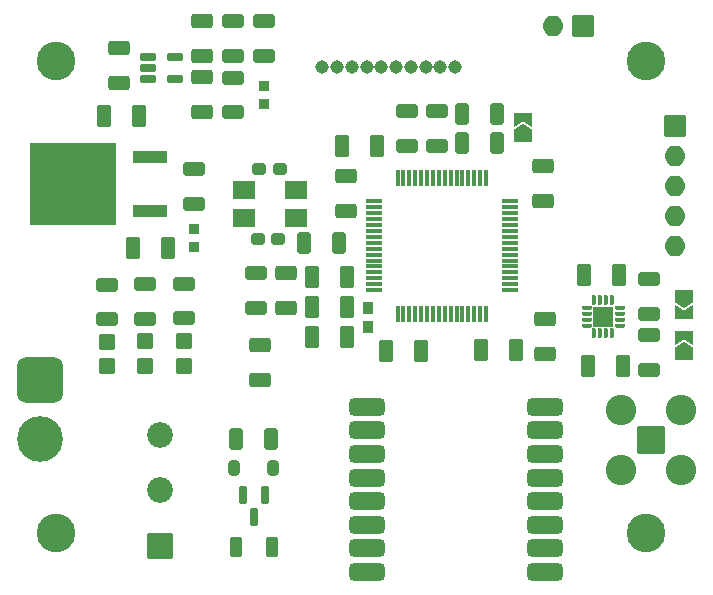
<source format=gbr>
%TF.GenerationSoftware,KiCad,Pcbnew,8.0.6*%
%TF.CreationDate,2025-07-22T18:03:32-04:00*%
%TF.ProjectId,receiver,72656365-6976-4657-922e-6b696361645f,rev?*%
%TF.SameCoordinates,Original*%
%TF.FileFunction,Soldermask,Top*%
%TF.FilePolarity,Negative*%
%FSLAX46Y46*%
G04 Gerber Fmt 4.6, Leading zero omitted, Abs format (unit mm)*
G04 Created by KiCad (PCBNEW 8.0.6) date 2025-07-22 18:03:32*
%MOMM*%
%LPD*%
G01*
G04 APERTURE LIST*
G04 Aperture macros list*
%AMRoundRect*
0 Rectangle with rounded corners*
0 $1 Rounding radius*
0 $2 $3 $4 $5 $6 $7 $8 $9 X,Y pos of 4 corners*
0 Add a 4 corners polygon primitive as box body*
4,1,4,$2,$3,$4,$5,$6,$7,$8,$9,$2,$3,0*
0 Add four circle primitives for the rounded corners*
1,1,$1+$1,$2,$3*
1,1,$1+$1,$4,$5*
1,1,$1+$1,$6,$7*
1,1,$1+$1,$8,$9*
0 Add four rect primitives between the rounded corners*
20,1,$1+$1,$2,$3,$4,$5,0*
20,1,$1+$1,$4,$5,$6,$7,0*
20,1,$1+$1,$6,$7,$8,$9,0*
20,1,$1+$1,$8,$9,$2,$3,0*%
%AMFreePoly0*
4,1,16,0.526870,0.776870,0.531618,0.771079,1.031618,0.021079,1.037262,-0.007452,1.031618,-0.021079,0.531618,-0.771079,0.507452,-0.787262,0.500000,-0.788000,-0.500000,-0.788000,-0.526870,-0.776870,-0.538000,-0.750000,-0.538000,0.750000,-0.526870,0.776870,-0.500000,0.788000,0.500000,0.788000,0.526870,0.776870,0.526870,0.776870,$1*%
%AMFreePoly1*
4,1,16,0.526870,0.776870,0.538000,0.750000,0.538000,-0.750000,0.526870,-0.776870,0.500000,-0.788000,-0.650000,-0.788000,-0.676870,-0.776870,-0.688000,-0.750000,-0.681618,-0.728921,-0.195670,0.000000,-0.681618,0.728921,-0.687262,0.757452,-0.671079,0.781618,-0.650000,0.788000,0.500000,0.788000,0.526870,0.776870,0.526870,0.776870,$1*%
G04 Aperture macros list end*
%ADD10RoundRect,0.169000X-0.531500X-0.169000X0.531500X-0.169000X0.531500X0.169000X-0.531500X0.169000X0*%
%ADD11RoundRect,0.266521X0.346479X0.671479X-0.346479X0.671479X-0.346479X-0.671479X0.346479X-0.671479X0*%
%ADD12RoundRect,0.256500X0.319000X0.256500X-0.319000X0.256500X-0.319000X-0.256500X0.319000X-0.256500X0*%
%ADD13RoundRect,0.038000X0.355600X-0.127000X0.355600X0.127000X-0.355600X0.127000X-0.355600X-0.127000X0*%
%ADD14RoundRect,0.038000X-0.127000X-0.355600X0.127000X-0.355600X0.127000X0.355600X-0.127000X0.355600X0*%
%ADD15RoundRect,0.038000X-0.838200X-0.838200X0.838200X-0.838200X0.838200X0.838200X-0.838200X0.838200X0*%
%ADD16RoundRect,0.038000X0.400000X-0.400000X0.400000X0.400000X-0.400000X0.400000X-0.400000X-0.400000X0*%
%ADD17RoundRect,0.266521X0.671479X-0.346479X0.671479X0.346479X-0.671479X0.346479X-0.671479X-0.346479X0*%
%ADD18FreePoly0,90.000000*%
%ADD19FreePoly1,90.000000*%
%ADD20RoundRect,0.266889X0.333611X0.646111X-0.333611X0.646111X-0.333611X-0.646111X0.333611X-0.646111X0*%
%ADD21RoundRect,0.266521X-0.346479X-0.671479X0.346479X-0.671479X0.346479X0.671479X-0.346479X0.671479X0*%
%ADD22C,3.276000*%
%ADD23RoundRect,0.775200X-1.162800X1.162800X-1.162800X-1.162800X1.162800X-1.162800X1.162800X1.162800X0*%
%ADD24C,3.876000*%
%ADD25RoundRect,0.038000X0.600000X-0.600000X0.600000X0.600000X-0.600000X0.600000X-0.600000X-0.600000X0*%
%ADD26RoundRect,0.266889X0.646111X-0.333611X0.646111X0.333611X-0.646111X0.333611X-0.646111X-0.333611X0*%
%ADD27RoundRect,0.266889X-0.646111X0.333611X-0.646111X-0.333611X0.646111X-0.333611X0.646111X0.333611X0*%
%ADD28RoundRect,0.266521X-0.671479X0.346479X-0.671479X-0.346479X0.671479X-0.346479X0.671479X0.346479X0*%
%ADD29C,1.142800*%
%ADD30RoundRect,0.266889X-0.333611X-0.646111X0.333611X-0.646111X0.333611X0.646111X-0.333611X0.646111X0*%
%ADD31RoundRect,0.038000X-0.850000X0.850000X-0.850000X-0.850000X0.850000X-0.850000X0.850000X0.850000X0*%
%ADD32O,1.776000X1.776000*%
%ADD33RoundRect,0.244000X-0.244000X-0.394000X0.244000X-0.394000X0.244000X0.394000X-0.244000X0.394000X0*%
%ADD34FreePoly0,270.000000*%
%ADD35FreePoly1,270.000000*%
%ADD36RoundRect,0.169000X-0.169000X0.606500X-0.169000X-0.606500X0.169000X-0.606500X0.169000X0.606500X0*%
%ADD37RoundRect,0.215200X-0.322800X-0.622800X0.322800X-0.622800X0.322800X0.622800X-0.322800X0.622800X0*%
%ADD38RoundRect,0.038000X-0.850000X-0.850000X0.850000X-0.850000X0.850000X0.850000X-0.850000X0.850000X0*%
%ADD39RoundRect,0.038000X-0.596900X-0.152400X0.596900X-0.152400X0.596900X0.152400X-0.596900X0.152400X0*%
%ADD40RoundRect,0.038000X0.152400X-0.596900X0.152400X0.596900X-0.152400X0.596900X-0.152400X-0.596900X0*%
%ADD41RoundRect,0.206712X-0.981288X0.981288X-0.981288X-0.981288X0.981288X-0.981288X0.981288X0.981288X0*%
%ADD42C,2.576000*%
%ADD43RoundRect,0.256500X-0.319000X-0.256500X0.319000X-0.256500X0.319000X0.256500X-0.319000X0.256500X0*%
%ADD44RoundRect,0.038000X0.400000X-0.500000X0.400000X0.500000X-0.400000X0.500000X-0.400000X-0.500000X0*%
%ADD45RoundRect,0.038000X1.054100X1.054100X-1.054100X1.054100X-1.054100X-1.054100X1.054100X-1.054100X0*%
%ADD46C,2.184200*%
%ADD47RoundRect,0.038000X0.900000X-0.700000X0.900000X0.700000X-0.900000X0.700000X-0.900000X-0.700000X0*%
%ADD48RoundRect,0.038000X1.397000X-0.469900X1.397000X0.469900X-1.397000X0.469900X-1.397000X-0.469900X0*%
%ADD49RoundRect,0.038000X3.619500X-3.416300X3.619500X3.416300X-3.619500X3.416300X-3.619500X-3.416300X0*%
%ADD50RoundRect,0.369000X1.144000X0.369000X-1.144000X0.369000X-1.144000X-0.369000X1.144000X-0.369000X0*%
G04 APERTURE END LIST*
D10*
%TO.C,U3*%
X138574653Y-43527120D03*
X138574653Y-44477120D03*
X138574653Y-45427120D03*
X140849653Y-45427120D03*
X140849653Y-43527120D03*
%TD*%
D11*
%TO.C,STM_C9*%
X155439441Y-67242828D03*
X152489441Y-67242828D03*
%TD*%
D12*
%TO.C,CSTL_C1*%
X149732286Y-52985967D03*
X148007286Y-52985967D03*
%TD*%
D13*
%TO.C,U4*%
X175717012Y-64805490D03*
X175717012Y-65305491D03*
X175717012Y-65805491D03*
X175717012Y-66305492D03*
D14*
X176364011Y-66952491D03*
X176864012Y-66952491D03*
X177364012Y-66952491D03*
X177864013Y-66952491D03*
D13*
X178511012Y-66305492D03*
X178511012Y-65805491D03*
X178511012Y-65305491D03*
X178511012Y-64805490D03*
D14*
X177864013Y-64158491D03*
X177364012Y-64158491D03*
X176864012Y-64158491D03*
X176364011Y-64158491D03*
D15*
X177114012Y-65555491D03*
%TD*%
D16*
%TO.C,PWR_D2*%
X148436607Y-47491972D03*
X148436607Y-45991972D03*
%TD*%
D17*
%TO.C,PWR_C4*%
X136095404Y-45706822D03*
X136095404Y-42756822D03*
%TD*%
D18*
%TO.C,JP1*%
X170333149Y-50230232D03*
D19*
X170333149Y-48780232D03*
%TD*%
D20*
%TO.C,PWR_R5*%
X148969020Y-75891804D03*
X146044020Y-75891804D03*
%TD*%
D21*
%TO.C,MLX_C1*%
X175803570Y-69693425D03*
X178753570Y-69693425D03*
%TD*%
D22*
%TO.C,HOLES1*%
X130773563Y-43879383D03*
X130773563Y-83879383D03*
X180773563Y-43879383D03*
X180773563Y-83879383D03*
%TD*%
D23*
%TO.C,PWR_J1*%
X129424626Y-70905817D03*
D24*
X129424626Y-75905817D03*
%TD*%
D11*
%TO.C,STM_C3*%
X161696298Y-68439425D03*
X158746298Y-68439425D03*
%TD*%
D25*
%TO.C,D3*%
X141660016Y-69728522D03*
X141660016Y-67628522D03*
%TD*%
D11*
%TO.C,STM_C4*%
X169748575Y-68339953D03*
X166798575Y-68339953D03*
%TD*%
D21*
%TO.C,STM_C1*%
X155007712Y-51061894D03*
X157957712Y-51061894D03*
%TD*%
D26*
%TO.C,S_R1*%
X147761726Y-64756419D03*
X147761726Y-61831419D03*
%TD*%
D11*
%TO.C,STM_C8*%
X155439441Y-64692221D03*
X152489441Y-64692221D03*
%TD*%
D27*
%TO.C,LED_R1*%
X135077166Y-62842584D03*
X135077166Y-65767584D03*
%TD*%
D28*
%TO.C,PWR_C5*%
X143137476Y-45271792D03*
X143137476Y-48221792D03*
%TD*%
D27*
%TO.C,PWR_R1*%
X142468240Y-53063899D03*
X142468240Y-55988899D03*
%TD*%
D29*
%TO.C,IF1*%
X164577829Y-44350546D03*
X163327829Y-44350546D03*
X162077829Y-44350546D03*
X160827829Y-44350546D03*
X159577829Y-44350546D03*
X158327829Y-44350546D03*
X157077829Y-44350546D03*
X155827829Y-44350546D03*
X154577829Y-44350546D03*
X153327829Y-44350546D03*
%TD*%
D30*
%TO.C,S_R4*%
X151814828Y-59281044D03*
X154739828Y-59281044D03*
%TD*%
D28*
%TO.C,S_C10*%
X150247597Y-61818919D03*
X150247597Y-64768919D03*
%TD*%
D27*
%TO.C,I2C_R2*%
X163029926Y-48139458D03*
X163029926Y-51064458D03*
%TD*%
%TO.C,PWR_R4*%
X145784483Y-45283507D03*
X145784483Y-48208507D03*
%TD*%
D20*
%TO.C,STM_R2*%
X168123279Y-48387765D03*
X165198279Y-48387765D03*
%TD*%
D31*
%TO.C,J3*%
X175428337Y-40927890D03*
D32*
X172888337Y-40927890D03*
%TD*%
D11*
%TO.C,S_C7*%
X155426494Y-62141614D03*
X152476494Y-62141614D03*
%TD*%
D16*
%TO.C,PWR_D1*%
X142471913Y-59633230D03*
X142471913Y-58133230D03*
%TD*%
D33*
%TO.C,DZ1*%
X145861798Y-78326547D03*
X149161798Y-78326547D03*
%TD*%
D34*
%TO.C,MLX_A0*%
X183935535Y-63746676D03*
D35*
X183935535Y-65196676D03*
%TD*%
D27*
%TO.C,LED_R2*%
X138324260Y-62793215D03*
X138324260Y-65718215D03*
%TD*%
%TO.C,PWR_R3*%
X148358603Y-40519507D03*
X148358603Y-43444507D03*
%TD*%
D26*
%TO.C,PWR_R2*%
X145763599Y-43425068D03*
X145763599Y-40500068D03*
%TD*%
D25*
%TO.C,D2*%
X138345575Y-69717865D03*
X138345575Y-67617865D03*
%TD*%
D27*
%TO.C,LED_R3*%
X141587184Y-62748610D03*
X141587184Y-65673610D03*
%TD*%
%TO.C,I2C_R1*%
X160536657Y-48120676D03*
X160536657Y-51045676D03*
%TD*%
D21*
%TO.C,PWR_C1*%
X137321034Y-59673929D03*
X140271034Y-59673929D03*
%TD*%
D36*
%TO.C,Q2*%
X147547661Y-82465535D03*
X148497661Y-80590535D03*
X146597661Y-80590535D03*
%TD*%
D17*
%TO.C,S_C2*%
X155331844Y-56574983D03*
X155331844Y-53624983D03*
%TD*%
D37*
%TO.C,F1*%
X146053815Y-85025422D03*
X149053815Y-85025422D03*
%TD*%
D18*
%TO.C,MLX_A1*%
X183951649Y-68660888D03*
D19*
X183951649Y-67210888D03*
%TD*%
D38*
%TO.C,J2*%
X183234589Y-49376524D03*
D32*
X183234589Y-51916524D03*
X183234589Y-54456524D03*
X183234589Y-56996524D03*
X183234589Y-59536524D03*
%TD*%
D26*
%TO.C,MLX_R1*%
X181013584Y-65268026D03*
X181013584Y-62343026D03*
%TD*%
D39*
%TO.C,U1*%
X157705292Y-55777273D03*
X157705292Y-56277272D03*
X157705292Y-56777273D03*
X157705292Y-57277272D03*
X157705292Y-57777274D03*
X157705292Y-58277273D03*
X157705292Y-58777272D03*
X157705292Y-59277273D03*
X157705292Y-59777273D03*
X157705292Y-60277274D03*
X157705292Y-60777273D03*
X157705292Y-61277272D03*
X157705292Y-61777274D03*
X157705292Y-62277273D03*
X157705292Y-62777274D03*
X157705292Y-63277273D03*
D40*
X159705291Y-65277272D03*
X160205290Y-65277272D03*
X160705291Y-65277272D03*
X161205290Y-65277272D03*
X161705292Y-65277272D03*
X162205291Y-65277272D03*
X162705290Y-65277272D03*
X163205291Y-65277272D03*
X163705291Y-65277272D03*
X164205292Y-65277272D03*
X164705291Y-65277272D03*
X165205290Y-65277272D03*
X165705292Y-65277272D03*
X166205291Y-65277272D03*
X166705292Y-65277272D03*
X167205291Y-65277272D03*
D39*
X169205290Y-63277273D03*
X169205290Y-62777274D03*
X169205290Y-62277273D03*
X169205290Y-61777274D03*
X169205290Y-61277272D03*
X169205290Y-60777273D03*
X169205290Y-60277274D03*
X169205290Y-59777273D03*
X169205290Y-59277273D03*
X169205290Y-58777272D03*
X169205290Y-58277273D03*
X169205290Y-57777274D03*
X169205290Y-57277272D03*
X169205290Y-56777273D03*
X169205290Y-56277272D03*
X169205290Y-55777273D03*
D40*
X167205291Y-53777274D03*
X166705292Y-53777274D03*
X166205291Y-53777274D03*
X165705292Y-53777274D03*
X165205290Y-53777274D03*
X164705291Y-53777274D03*
X164205292Y-53777274D03*
X163705291Y-53777274D03*
X163205291Y-53777274D03*
X162705290Y-53777274D03*
X162205291Y-53777274D03*
X161705292Y-53777274D03*
X161205290Y-53777274D03*
X160705291Y-53777274D03*
X160205290Y-53777274D03*
X159705291Y-53777274D03*
%TD*%
D28*
%TO.C,MLX_C3*%
X148077387Y-67899531D03*
X148077387Y-70849531D03*
%TD*%
D30*
%TO.C,STM_R3*%
X165198279Y-50826667D03*
X168123279Y-50826667D03*
%TD*%
D27*
%TO.C,MLX_R2*%
X181007036Y-67108606D03*
X181007036Y-70033606D03*
%TD*%
D41*
%TO.C,J1*%
X181199638Y-75992687D03*
D42*
X183739638Y-73452687D03*
X178659638Y-73452687D03*
X183739638Y-78532687D03*
X178659638Y-78532687D03*
%TD*%
D17*
%TO.C,PWR_C3*%
X143163477Y-43444638D03*
X143163477Y-40494638D03*
%TD*%
D25*
%TO.C,D1*%
X135084421Y-69739180D03*
X135084421Y-67639180D03*
%TD*%
D11*
%TO.C,PWR_C2*%
X137785048Y-48570026D03*
X134835048Y-48570026D03*
%TD*%
D21*
%TO.C,MLX_C2*%
X175526094Y-62036645D03*
X178476094Y-62036645D03*
%TD*%
D43*
%TO.C,CSTL_C2*%
X147898619Y-58931564D03*
X149623619Y-58931564D03*
%TD*%
D17*
%TO.C,STM_C6*%
X172225878Y-68651368D03*
X172225878Y-65701368D03*
%TD*%
D28*
%TO.C,STM_C5*%
X172043004Y-52758197D03*
X172043004Y-55708197D03*
%TD*%
D44*
%TO.C,FB1*%
X157213213Y-66424422D03*
X157213213Y-64824422D03*
%TD*%
D45*
%TO.C,SW5*%
X139561857Y-84915114D03*
D46*
X139561857Y-80216114D03*
X139561857Y-75517114D03*
%TD*%
D47*
%TO.C,Y1*%
X151085309Y-54766527D03*
X151085309Y-57166527D03*
X146685309Y-57166527D03*
X146685309Y-54766527D03*
%TD*%
D48*
%TO.C,U2*%
X138769342Y-56573293D03*
D49*
X132254242Y-54283292D03*
D48*
X138769342Y-51993291D03*
%TD*%
D50*
%TO.C,RF1*%
X172149215Y-73155492D03*
X172149215Y-75155492D03*
X172149215Y-77155492D03*
X172149215Y-79155492D03*
X172149215Y-81155492D03*
X172149215Y-83155492D03*
X172149215Y-85155492D03*
X172149215Y-87155492D03*
X157099215Y-73155492D03*
X157099215Y-75155492D03*
X157099215Y-77155492D03*
X157099215Y-79155492D03*
X157099215Y-81155492D03*
X157099215Y-83155492D03*
X157099215Y-85155492D03*
X157099215Y-87155492D03*
%TD*%
M02*

</source>
